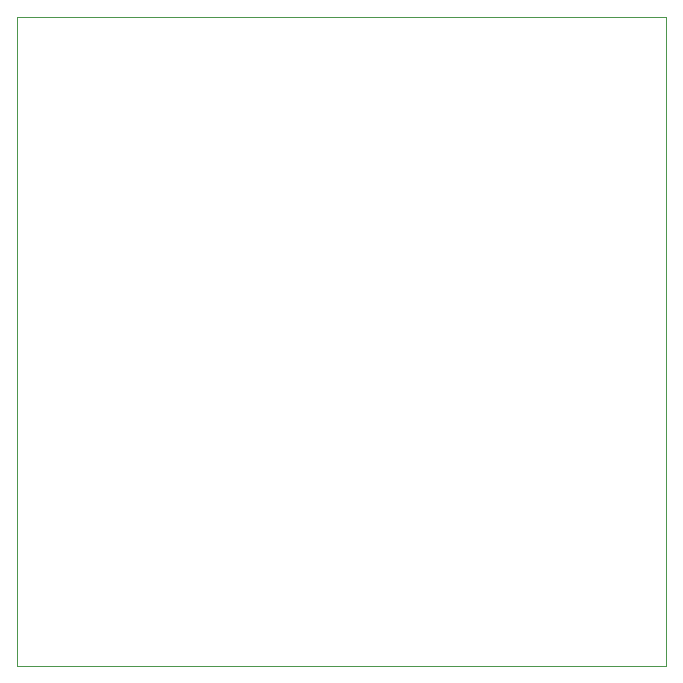
<source format=gbr>
%TF.GenerationSoftware,KiCad,Pcbnew,9.0.7*%
%TF.CreationDate,2026-01-12T23:46:57+09:00*%
%TF.ProjectId,toytalk_demo_v2,746f7974-616c-46b5-9f64-656d6f5f7632,rev?*%
%TF.SameCoordinates,Original*%
%TF.FileFunction,Profile,NP*%
%FSLAX46Y46*%
G04 Gerber Fmt 4.6, Leading zero omitted, Abs format (unit mm)*
G04 Created by KiCad (PCBNEW 9.0.7) date 2026-01-12 23:46:57*
%MOMM*%
%LPD*%
G01*
G04 APERTURE LIST*
%TA.AperFunction,Profile*%
%ADD10C,0.050000*%
%TD*%
G04 APERTURE END LIST*
D10*
X12000000Y-12000000D02*
X67000000Y-12000000D01*
X67000000Y-67000000D01*
X12000000Y-67000000D01*
X12000000Y-12000000D01*
M02*

</source>
